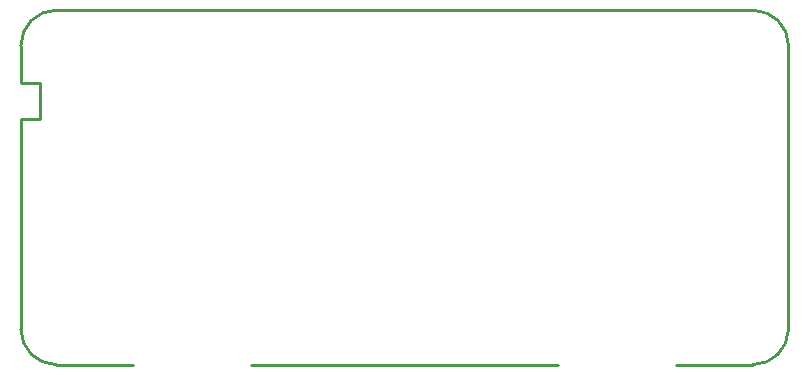
<source format=gko>
G04 Layer: BoardOutlineLayer*
G04 EasyEDA v6.4.29, 2022-01-20 17:46:20*
G04 fb4b0ff46d504c98a6534b0bae3310fd,dc92750a051249c6af70c8c7d89aaf1b,10*
G04 Gerber Generator version 0.2*
G04 Scale: 100 percent, Rotated: No, Reflected: No *
G04 Dimensions in millimeters *
G04 leading zeros omitted , absolute positions ,4 integer and 5 decimal *
%FSLAX45Y45*%
%MOMM*%

%ADD10C,0.2540*%
D10*
X313004Y9288983D02*
G01*
X962990Y9288983D01*
X5562981Y9288983D02*
G01*
X6212992Y9288983D01*
X1962988Y9288983D02*
G01*
X4562983Y9288983D01*
X13004Y11988977D02*
G01*
X13004Y11668988D01*
X172999Y11668988D01*
X172999Y11368989D01*
X13004Y11368989D01*
X13004Y9588982D01*
G75*
G01*
X13005Y11988978D02*
G02*
X313004Y12288977I299999J0D01*
G75*
G01*
X6212992Y9288983D02*
G03*
X6512992Y9588983I0J300000D01*
G75*
G01*
X6512992Y11988978D02*
G03*
X6212992Y12288977I-300000J0D01*
G75*
G01*
X13005Y9588983D02*
G03*
X313004Y9288983I299999J0D01*
X6512991Y9588982D02*
G01*
X6512991Y11988977D01*
X6212992Y12288977D02*
G01*
X313004Y12288977D01*

%LPD*%
M02*

</source>
